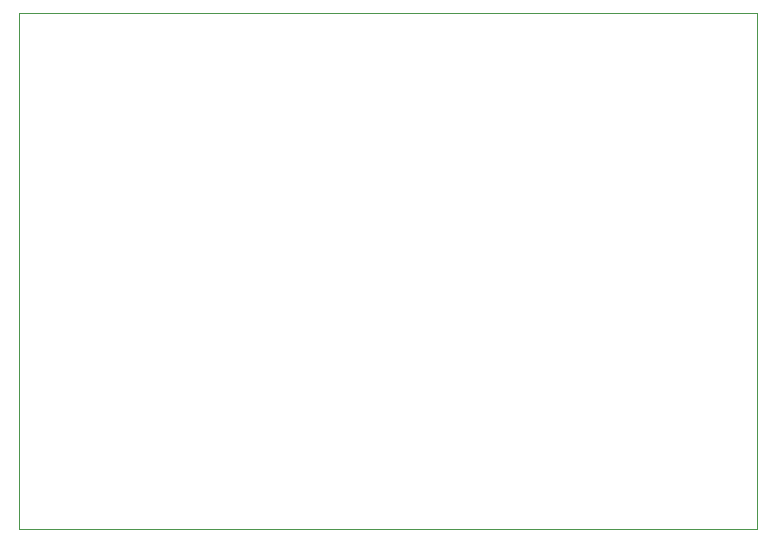
<source format=gm1>
%TF.GenerationSoftware,KiCad,Pcbnew,(6.0.7)*%
%TF.CreationDate,2022-08-24T23:24:25-04:00*%
%TF.ProjectId,hexapod_interlock,68657861-706f-4645-9f69-6e7465726c6f,rev?*%
%TF.SameCoordinates,Original*%
%TF.FileFunction,Profile,NP*%
%FSLAX46Y46*%
G04 Gerber Fmt 4.6, Leading zero omitted, Abs format (unit mm)*
G04 Created by KiCad (PCBNEW (6.0.7)) date 2022-08-24 23:24:25*
%MOMM*%
%LPD*%
G01*
G04 APERTURE LIST*
%TA.AperFunction,Profile*%
%ADD10C,0.100000*%
%TD*%
G04 APERTURE END LIST*
D10*
X196596000Y-140914000D02*
X196596000Y-97226000D01*
X134112000Y-97226000D02*
X196596000Y-97226000D01*
X134112000Y-140914000D02*
X196596000Y-140914000D01*
X134112000Y-97226000D02*
X134112000Y-140914000D01*
M02*

</source>
